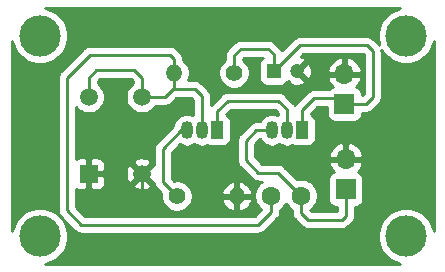
<source format=gbr>
%TF.GenerationSoftware,KiCad,Pcbnew,(5.1.12)-1*%
%TF.CreationDate,2023-08-19T11:40:11+05:30*%
%TF.ProjectId,burglar,62757267-6c61-4722-9e6b-696361645f70,rev?*%
%TF.SameCoordinates,Original*%
%TF.FileFunction,Copper,L2,Bot*%
%TF.FilePolarity,Positive*%
%FSLAX46Y46*%
G04 Gerber Fmt 4.6, Leading zero omitted, Abs format (unit mm)*
G04 Created by KiCad (PCBNEW (5.1.12)-1) date 2023-08-19 11:40:11*
%MOMM*%
%LPD*%
G01*
G04 APERTURE LIST*
%TA.AperFunction,ComponentPad*%
%ADD10C,1.498000*%
%TD*%
%TA.AperFunction,ComponentPad*%
%ADD11R,1.498000X1.498000*%
%TD*%
%TA.AperFunction,ComponentPad*%
%ADD12O,1.400000X1.400000*%
%TD*%
%TA.AperFunction,ComponentPad*%
%ADD13C,1.400000*%
%TD*%
%TA.AperFunction,ComponentPad*%
%ADD14O,1.050000X1.500000*%
%TD*%
%TA.AperFunction,ComponentPad*%
%ADD15R,1.050000X1.500000*%
%TD*%
%TA.AperFunction,ComponentPad*%
%ADD16O,1.700000X1.700000*%
%TD*%
%TA.AperFunction,ComponentPad*%
%ADD17R,1.700000X1.700000*%
%TD*%
%TA.AperFunction,ComponentPad*%
%ADD18R,1.200000X1.200000*%
%TD*%
%TA.AperFunction,ComponentPad*%
%ADD19C,1.200000*%
%TD*%
%TA.AperFunction,ComponentPad*%
%ADD20C,1.600000*%
%TD*%
%TA.AperFunction,ViaPad*%
%ADD21C,3.500000*%
%TD*%
%TA.AperFunction,Conductor*%
%ADD22C,0.250000*%
%TD*%
%TA.AperFunction,Conductor*%
%ADD23C,0.254000*%
%TD*%
%TA.AperFunction,Conductor*%
%ADD24C,0.100000*%
%TD*%
G04 APERTURE END LIST*
D10*
%TO.P,S1,4*%
%TO.N,Net-(C1-Pad2)*%
X113650000Y-105200000D03*
%TO.P,S1,2*%
%TO.N,Earth*%
X113650000Y-111700000D03*
%TO.P,S1,3*%
%TO.N,Net-(C1-Pad2)*%
X109150000Y-105200000D03*
D11*
%TO.P,S1,1*%
%TO.N,Earth*%
X109150000Y-111700000D03*
%TD*%
D12*
%TO.P,R2,2*%
%TO.N,Earth*%
X121680000Y-113600000D03*
D13*
%TO.P,R2,1*%
%TO.N,Net-(Q1-Pad3)*%
X116600000Y-113600000D03*
%TD*%
D12*
%TO.P,R1,2*%
%TO.N,Net-(C1-Pad2)*%
X116370000Y-103150000D03*
D13*
%TO.P,R1,1*%
%TO.N,Net-(BT1-Pad1)*%
X121450000Y-103150000D03*
%TD*%
D14*
%TO.P,Q2,2*%
%TO.N,Net-(Q1-Pad1)*%
X125930000Y-108000000D03*
%TO.P,Q2,3*%
%TO.N,Net-(C1-Pad1)*%
X124660000Y-108000000D03*
D15*
%TO.P,Q2,1*%
%TO.N,Net-(BT1-Pad1)*%
X127200000Y-108000000D03*
%TD*%
D14*
%TO.P,Q1,2*%
%TO.N,Net-(C1-Pad2)*%
X118730000Y-108000000D03*
%TO.P,Q1,3*%
%TO.N,Net-(Q1-Pad3)*%
X117460000Y-108000000D03*
D15*
%TO.P,Q1,1*%
%TO.N,Net-(Q1-Pad1)*%
X120000000Y-108000000D03*
%TD*%
D16*
%TO.P,LS1,2*%
%TO.N,Earth*%
X130900000Y-110460000D03*
D17*
%TO.P,LS1,1*%
%TO.N,Net-(C1-Pad1)*%
X130900000Y-113000000D03*
%TD*%
D18*
%TO.P,C2,1*%
%TO.N,Net-(BT1-Pad1)*%
X124800000Y-103000000D03*
D19*
%TO.P,C2,2*%
%TO.N,Earth*%
X126800000Y-103000000D03*
%TD*%
D20*
%TO.P,C1,1*%
%TO.N,Net-(C1-Pad1)*%
X127100000Y-113550000D03*
%TO.P,C1,2*%
%TO.N,Net-(C1-Pad2)*%
X124600000Y-113550000D03*
%TD*%
D17*
%TO.P,BT1,1*%
%TO.N,Net-(BT1-Pad1)*%
X130800000Y-105800000D03*
D16*
%TO.P,BT1,2*%
%TO.N,Earth*%
X130800000Y-103260000D03*
%TD*%
D21*
%TO.N,*%
X136000000Y-100000000D03*
X136000000Y-117000000D03*
X105000000Y-117000000D03*
X105000000Y-100000000D03*
%TD*%
D22*
%TO.N,Earth*%
X109150000Y-111700000D02*
X109150000Y-113350000D01*
X109150000Y-113350000D02*
X109800000Y-114000000D01*
X109800000Y-114000000D02*
X113000000Y-114000000D01*
X113650000Y-113350000D02*
X113650000Y-111700000D01*
X113000000Y-114000000D02*
X113650000Y-113350000D01*
X114150000Y-111200000D02*
X113650000Y-111700000D01*
%TO.N,Net-(BT1-Pad1)*%
X121450000Y-103150000D02*
X121450000Y-101650000D01*
X121450000Y-101650000D02*
X122000000Y-101100000D01*
X122000000Y-101100000D02*
X124300000Y-101100000D01*
X124800000Y-101600000D02*
X124800000Y-103000000D01*
X124300000Y-101100000D02*
X124800000Y-101600000D01*
X132600000Y-105800000D02*
X130800000Y-105800000D01*
X133175000Y-105225000D02*
X132600000Y-105800000D01*
X133175000Y-101275000D02*
X133175000Y-105225000D01*
X132700000Y-100800000D02*
X133175000Y-101275000D01*
X127000000Y-100800000D02*
X132700000Y-100800000D01*
X124800000Y-103000000D02*
X127000000Y-100800000D01*
X127200000Y-106300000D02*
X127200000Y-108000000D01*
X130300000Y-105300000D02*
X128200000Y-105300000D01*
X128200000Y-105300000D02*
X127200000Y-106300000D01*
X130800000Y-105800000D02*
X130300000Y-105300000D01*
%TO.N,Net-(C1-Pad2)*%
X109150000Y-105200000D02*
X109150000Y-103550000D01*
X109150000Y-103550000D02*
X109800000Y-102900000D01*
X109800000Y-102900000D02*
X113000000Y-102900000D01*
X113650000Y-103550000D02*
X113650000Y-105200000D01*
X113000000Y-102900000D02*
X113650000Y-103550000D01*
X116370000Y-103150000D02*
X116370000Y-104430000D01*
X115600000Y-105200000D02*
X113650000Y-105200000D01*
X116370000Y-101970000D02*
X116370000Y-103150000D01*
X109225000Y-101625000D02*
X116025000Y-101625000D01*
X108500000Y-116000000D02*
X107300000Y-114800000D01*
X116025000Y-101625000D02*
X116370000Y-101970000D01*
X123500000Y-116000000D02*
X108500000Y-116000000D01*
X107300000Y-103550000D02*
X109225000Y-101625000D01*
X124600000Y-114900000D02*
X123500000Y-116000000D01*
X107300000Y-114800000D02*
X107300000Y-103550000D01*
X124600000Y-113550000D02*
X124600000Y-114900000D01*
X118730000Y-108000000D02*
X118730000Y-105130000D01*
X118150000Y-104550000D02*
X116250000Y-104550000D01*
X118730000Y-105130000D02*
X118150000Y-104550000D01*
X116250000Y-104550000D02*
X115600000Y-105200000D01*
X116370000Y-104430000D02*
X116250000Y-104550000D01*
%TO.N,Net-(C1-Pad1)*%
X126850000Y-113550000D02*
X127100000Y-113550000D01*
X124660000Y-108000000D02*
X123350000Y-108000000D01*
X123350000Y-108000000D02*
X122450000Y-108900000D01*
X122450000Y-108900000D02*
X122450000Y-110550000D01*
X122450000Y-110550000D02*
X123500000Y-111600000D01*
X125150000Y-111600000D02*
X127100000Y-113550000D01*
X123500000Y-111600000D02*
X125150000Y-111600000D01*
X127100000Y-113550000D02*
X127100000Y-115000000D01*
X127100000Y-115000000D02*
X127700000Y-115600000D01*
X127700000Y-115600000D02*
X130600000Y-115600000D01*
X130600000Y-115600000D02*
X130900000Y-115300000D01*
X130900000Y-115300000D02*
X130900000Y-113000000D01*
%TO.N,Net-(Q1-Pad1)*%
X125930000Y-106230000D02*
X125930000Y-108000000D01*
X120900000Y-105500000D02*
X125200000Y-105500000D01*
X125200000Y-105500000D02*
X125930000Y-106230000D01*
X120000000Y-106400000D02*
X120900000Y-105500000D01*
X120000000Y-108000000D02*
X120000000Y-106400000D01*
%TO.N,Net-(Q1-Pad3)*%
X115400000Y-112400000D02*
X116600000Y-113600000D01*
X115400000Y-109600000D02*
X115400000Y-112400000D01*
X117000000Y-108000000D02*
X115400000Y-109600000D01*
X117460000Y-108000000D02*
X117000000Y-108000000D01*
%TD*%
D23*
%TO.N,Earth*%
X135304321Y-97706654D02*
X134870279Y-97886440D01*
X134479651Y-98147450D01*
X134147450Y-98479651D01*
X133886440Y-98870279D01*
X133706654Y-99304321D01*
X133615000Y-99765098D01*
X133615000Y-100234902D01*
X133706654Y-100695679D01*
X133731032Y-100754533D01*
X133715001Y-100734999D01*
X133686003Y-100711202D01*
X133263803Y-100289002D01*
X133240001Y-100259999D01*
X133124276Y-100165026D01*
X132992247Y-100094454D01*
X132848986Y-100050997D01*
X132737333Y-100040000D01*
X132737322Y-100040000D01*
X132700000Y-100036324D01*
X132662678Y-100040000D01*
X127037323Y-100040000D01*
X127000000Y-100036324D01*
X126962677Y-100040000D01*
X126962667Y-100040000D01*
X126851014Y-100050997D01*
X126707753Y-100094454D01*
X126575724Y-100165026D01*
X126459999Y-100259999D01*
X126436201Y-100288997D01*
X125474858Y-101250341D01*
X125434974Y-101175724D01*
X125340001Y-101059999D01*
X125310998Y-101036197D01*
X124863804Y-100589003D01*
X124840001Y-100559999D01*
X124724276Y-100465026D01*
X124592247Y-100394454D01*
X124448986Y-100350997D01*
X124337333Y-100340000D01*
X124337322Y-100340000D01*
X124300000Y-100336324D01*
X124262678Y-100340000D01*
X122037322Y-100340000D01*
X121999999Y-100336324D01*
X121962676Y-100340000D01*
X121962667Y-100340000D01*
X121851014Y-100350997D01*
X121707753Y-100394454D01*
X121575724Y-100465026D01*
X121575722Y-100465027D01*
X121575723Y-100465027D01*
X121488996Y-100536201D01*
X121488992Y-100536205D01*
X121459999Y-100559999D01*
X121436205Y-100588993D01*
X120938997Y-101086202D01*
X120910000Y-101109999D01*
X120886202Y-101138997D01*
X120886201Y-101138998D01*
X120815026Y-101225724D01*
X120744454Y-101357754D01*
X120724364Y-101423985D01*
X120700998Y-101501014D01*
X120695188Y-101560000D01*
X120686324Y-101650000D01*
X120690001Y-101687332D01*
X120690001Y-102052225D01*
X120598987Y-102113038D01*
X120413038Y-102298987D01*
X120266939Y-102517641D01*
X120166304Y-102760595D01*
X120115000Y-103018514D01*
X120115000Y-103281486D01*
X120166304Y-103539405D01*
X120266939Y-103782359D01*
X120413038Y-104001013D01*
X120598987Y-104186962D01*
X120817641Y-104333061D01*
X121060595Y-104433696D01*
X121318514Y-104485000D01*
X121581486Y-104485000D01*
X121839405Y-104433696D01*
X122082359Y-104333061D01*
X122301013Y-104186962D01*
X122486962Y-104001013D01*
X122633061Y-103782359D01*
X122733696Y-103539405D01*
X122785000Y-103281486D01*
X122785000Y-103018514D01*
X122733696Y-102760595D01*
X122633061Y-102517641D01*
X122486962Y-102298987D01*
X122301013Y-102113038D01*
X122210000Y-102052225D01*
X122210000Y-101964802D01*
X122314802Y-101860000D01*
X123863210Y-101860000D01*
X123845506Y-101869463D01*
X123748815Y-101948815D01*
X123669463Y-102045506D01*
X123610498Y-102155820D01*
X123574188Y-102275518D01*
X123561928Y-102400000D01*
X123561928Y-103600000D01*
X123574188Y-103724482D01*
X123610498Y-103844180D01*
X123669463Y-103954494D01*
X123748815Y-104051185D01*
X123845506Y-104130537D01*
X123955820Y-104189502D01*
X124075518Y-104225812D01*
X124200000Y-104238072D01*
X125400000Y-104238072D01*
X125524482Y-104225812D01*
X125644180Y-104189502D01*
X125754494Y-104130537D01*
X125851185Y-104051185D01*
X125930537Y-103954494D01*
X125954858Y-103908994D01*
X126012736Y-103966872D01*
X126129842Y-103849766D01*
X126177148Y-104073348D01*
X126398516Y-104174237D01*
X126635313Y-104230000D01*
X126878438Y-104238495D01*
X127118549Y-104199395D01*
X127346418Y-104114202D01*
X127422852Y-104073348D01*
X127470159Y-103849764D01*
X126800000Y-103179605D01*
X126785858Y-103193748D01*
X126606253Y-103014143D01*
X126620395Y-103000000D01*
X126979605Y-103000000D01*
X127649764Y-103670159D01*
X127873348Y-103622852D01*
X127974237Y-103401484D01*
X128030000Y-103164687D01*
X128038495Y-102921562D01*
X128035491Y-102903110D01*
X129358524Y-102903110D01*
X129479845Y-103133000D01*
X130673000Y-103133000D01*
X130673000Y-101939186D01*
X130927000Y-101939186D01*
X130927000Y-103133000D01*
X132120155Y-103133000D01*
X132241476Y-102903110D01*
X132196825Y-102755901D01*
X132071641Y-102493080D01*
X131897588Y-102259731D01*
X131681355Y-102064822D01*
X131431252Y-101915843D01*
X131156891Y-101818519D01*
X130927000Y-101939186D01*
X130673000Y-101939186D01*
X130443109Y-101818519D01*
X130168748Y-101915843D01*
X129918645Y-102064822D01*
X129702412Y-102259731D01*
X129528359Y-102493080D01*
X129403175Y-102755901D01*
X129358524Y-102903110D01*
X128035491Y-102903110D01*
X127999395Y-102681451D01*
X127914202Y-102453582D01*
X127873348Y-102377148D01*
X127649764Y-102329841D01*
X126979605Y-103000000D01*
X126620395Y-103000000D01*
X126606253Y-102985858D01*
X126785858Y-102806253D01*
X126800000Y-102820395D01*
X127470159Y-102150236D01*
X127422852Y-101926652D01*
X127201484Y-101825763D01*
X127078095Y-101796706D01*
X127314802Y-101560000D01*
X132385199Y-101560000D01*
X132415000Y-101589802D01*
X132415001Y-104910197D01*
X132288072Y-105037127D01*
X132288072Y-104950000D01*
X132275812Y-104825518D01*
X132239502Y-104705820D01*
X132180537Y-104595506D01*
X132101185Y-104498815D01*
X132004494Y-104419463D01*
X131894180Y-104360498D01*
X131813534Y-104336034D01*
X131897588Y-104260269D01*
X132071641Y-104026920D01*
X132196825Y-103764099D01*
X132241476Y-103616890D01*
X132120155Y-103387000D01*
X130927000Y-103387000D01*
X130927000Y-103407000D01*
X130673000Y-103407000D01*
X130673000Y-103387000D01*
X129479845Y-103387000D01*
X129358524Y-103616890D01*
X129403175Y-103764099D01*
X129528359Y-104026920D01*
X129702412Y-104260269D01*
X129786466Y-104336034D01*
X129705820Y-104360498D01*
X129595506Y-104419463D01*
X129498815Y-104498815D01*
X129465015Y-104540000D01*
X128237333Y-104540000D01*
X128200000Y-104536323D01*
X128162667Y-104540000D01*
X128051014Y-104550997D01*
X127907753Y-104594454D01*
X127775724Y-104665026D01*
X127659999Y-104759999D01*
X127636201Y-104788997D01*
X126689002Y-105736196D01*
X126659999Y-105759999D01*
X126604871Y-105827174D01*
X126587653Y-105848153D01*
X126564974Y-105805723D01*
X126493799Y-105718997D01*
X126470001Y-105689999D01*
X126441004Y-105666202D01*
X125763803Y-104989002D01*
X125740001Y-104959999D01*
X125624276Y-104865026D01*
X125492247Y-104794454D01*
X125348986Y-104750997D01*
X125237333Y-104740000D01*
X125237322Y-104740000D01*
X125200000Y-104736324D01*
X125162678Y-104740000D01*
X120937322Y-104740000D01*
X120899999Y-104736324D01*
X120862676Y-104740000D01*
X120862667Y-104740000D01*
X120751014Y-104750997D01*
X120607753Y-104794454D01*
X120475724Y-104865026D01*
X120359999Y-104959999D01*
X120336201Y-104988997D01*
X119490000Y-105835199D01*
X119490000Y-105167323D01*
X119493676Y-105130000D01*
X119490000Y-105092677D01*
X119490000Y-105092667D01*
X119479003Y-104981014D01*
X119435546Y-104837753D01*
X119364974Y-104705724D01*
X119270001Y-104589999D01*
X119241002Y-104566200D01*
X118713803Y-104039002D01*
X118690001Y-104009999D01*
X118574276Y-103915026D01*
X118442247Y-103844454D01*
X118298986Y-103800997D01*
X118187333Y-103790000D01*
X118187322Y-103790000D01*
X118150000Y-103786324D01*
X118112678Y-103790000D01*
X117547955Y-103790000D01*
X117553061Y-103782359D01*
X117653696Y-103539405D01*
X117705000Y-103281486D01*
X117705000Y-103018514D01*
X117653696Y-102760595D01*
X117553061Y-102517641D01*
X117406962Y-102298987D01*
X117221013Y-102113038D01*
X117130000Y-102052225D01*
X117130000Y-102007325D01*
X117133676Y-101970000D01*
X117130000Y-101932675D01*
X117130000Y-101932667D01*
X117119003Y-101821014D01*
X117075546Y-101677753D01*
X117004974Y-101545724D01*
X116910001Y-101429999D01*
X116880998Y-101406197D01*
X116588804Y-101114003D01*
X116565001Y-101084999D01*
X116449276Y-100990026D01*
X116317247Y-100919454D01*
X116173986Y-100875997D01*
X116062333Y-100865000D01*
X116062322Y-100865000D01*
X116025000Y-100861324D01*
X115987678Y-100865000D01*
X109262322Y-100865000D01*
X109224999Y-100861324D01*
X109187676Y-100865000D01*
X109187667Y-100865000D01*
X109076014Y-100875997D01*
X108932753Y-100919454D01*
X108800723Y-100990026D01*
X108770261Y-101015026D01*
X108684999Y-101084999D01*
X108661201Y-101113997D01*
X106788998Y-102986201D01*
X106760000Y-103009999D01*
X106736202Y-103038997D01*
X106736201Y-103038998D01*
X106665026Y-103125724D01*
X106594454Y-103257754D01*
X106550998Y-103401015D01*
X106536324Y-103550000D01*
X106540001Y-103587332D01*
X106540000Y-114762678D01*
X106536324Y-114800000D01*
X106540000Y-114837322D01*
X106540000Y-114837332D01*
X106550997Y-114948985D01*
X106584672Y-115059999D01*
X106594454Y-115092246D01*
X106665026Y-115224276D01*
X106677931Y-115240000D01*
X106759999Y-115340001D01*
X106789003Y-115363804D01*
X107936201Y-116511003D01*
X107959999Y-116540001D01*
X108075724Y-116634974D01*
X108207753Y-116705546D01*
X108351014Y-116749003D01*
X108462667Y-116760000D01*
X108462676Y-116760000D01*
X108499999Y-116763676D01*
X108537322Y-116760000D01*
X123462678Y-116760000D01*
X123500000Y-116763676D01*
X123537322Y-116760000D01*
X123537333Y-116760000D01*
X123648986Y-116749003D01*
X123792247Y-116705546D01*
X123924276Y-116634974D01*
X124040001Y-116540001D01*
X124063804Y-116510998D01*
X125111003Y-115463799D01*
X125140001Y-115440001D01*
X125166332Y-115407917D01*
X125234974Y-115324277D01*
X125305546Y-115192247D01*
X125318669Y-115148985D01*
X125349003Y-115048986D01*
X125360000Y-114937333D01*
X125360000Y-114937323D01*
X125363676Y-114900000D01*
X125360000Y-114862677D01*
X125360000Y-114768043D01*
X125514759Y-114664637D01*
X125714637Y-114464759D01*
X125850000Y-114262173D01*
X125985363Y-114464759D01*
X126185241Y-114664637D01*
X126340001Y-114768044D01*
X126340001Y-114962668D01*
X126336324Y-115000000D01*
X126340001Y-115037333D01*
X126350998Y-115148986D01*
X126359109Y-115175724D01*
X126394454Y-115292246D01*
X126465026Y-115424276D01*
X126536201Y-115511002D01*
X126560000Y-115540001D01*
X126588998Y-115563799D01*
X127136200Y-116111002D01*
X127159999Y-116140001D01*
X127188997Y-116163799D01*
X127275723Y-116234974D01*
X127405461Y-116304321D01*
X127407753Y-116305546D01*
X127551014Y-116349003D01*
X127662667Y-116360000D01*
X127662676Y-116360000D01*
X127699999Y-116363676D01*
X127737322Y-116360000D01*
X130562678Y-116360000D01*
X130600000Y-116363676D01*
X130637322Y-116360000D01*
X130637333Y-116360000D01*
X130748986Y-116349003D01*
X130892247Y-116305546D01*
X131024276Y-116234974D01*
X131140001Y-116140001D01*
X131163804Y-116110997D01*
X131410998Y-115863803D01*
X131440001Y-115840001D01*
X131534974Y-115724276D01*
X131605546Y-115592247D01*
X131649003Y-115448986D01*
X131660000Y-115337333D01*
X131660000Y-115337324D01*
X131663676Y-115300001D01*
X131660000Y-115262678D01*
X131660000Y-114488072D01*
X131750000Y-114488072D01*
X131874482Y-114475812D01*
X131994180Y-114439502D01*
X132104494Y-114380537D01*
X132201185Y-114301185D01*
X132280537Y-114204494D01*
X132339502Y-114094180D01*
X132375812Y-113974482D01*
X132388072Y-113850000D01*
X132388072Y-112150000D01*
X132375812Y-112025518D01*
X132339502Y-111905820D01*
X132280537Y-111795506D01*
X132201185Y-111698815D01*
X132104494Y-111619463D01*
X131994180Y-111560498D01*
X131913534Y-111536034D01*
X131997588Y-111460269D01*
X132171641Y-111226920D01*
X132296825Y-110964099D01*
X132341476Y-110816890D01*
X132220155Y-110587000D01*
X131027000Y-110587000D01*
X131027000Y-110607000D01*
X130773000Y-110607000D01*
X130773000Y-110587000D01*
X129579845Y-110587000D01*
X129458524Y-110816890D01*
X129503175Y-110964099D01*
X129628359Y-111226920D01*
X129802412Y-111460269D01*
X129886466Y-111536034D01*
X129805820Y-111560498D01*
X129695506Y-111619463D01*
X129598815Y-111698815D01*
X129519463Y-111795506D01*
X129460498Y-111905820D01*
X129424188Y-112025518D01*
X129411928Y-112150000D01*
X129411928Y-113850000D01*
X129424188Y-113974482D01*
X129460498Y-114094180D01*
X129519463Y-114204494D01*
X129598815Y-114301185D01*
X129695506Y-114380537D01*
X129805820Y-114439502D01*
X129925518Y-114475812D01*
X130050000Y-114488072D01*
X130140000Y-114488072D01*
X130140000Y-114840000D01*
X128014802Y-114840000D01*
X127909662Y-114734860D01*
X128014759Y-114664637D01*
X128214637Y-114464759D01*
X128371680Y-114229727D01*
X128479853Y-113968574D01*
X128535000Y-113691335D01*
X128535000Y-113408665D01*
X128479853Y-113131426D01*
X128371680Y-112870273D01*
X128214637Y-112635241D01*
X128014759Y-112435363D01*
X127779727Y-112278320D01*
X127518574Y-112170147D01*
X127241335Y-112115000D01*
X126958665Y-112115000D01*
X126776114Y-112151312D01*
X125713804Y-111089002D01*
X125690001Y-111059999D01*
X125574276Y-110965026D01*
X125442247Y-110894454D01*
X125298986Y-110850997D01*
X125187333Y-110840000D01*
X125187322Y-110840000D01*
X125150000Y-110836324D01*
X125112678Y-110840000D01*
X123814802Y-110840000D01*
X123210000Y-110235199D01*
X123210000Y-110103110D01*
X129458524Y-110103110D01*
X129579845Y-110333000D01*
X130773000Y-110333000D01*
X130773000Y-109139186D01*
X131027000Y-109139186D01*
X131027000Y-110333000D01*
X132220155Y-110333000D01*
X132341476Y-110103110D01*
X132296825Y-109955901D01*
X132171641Y-109693080D01*
X131997588Y-109459731D01*
X131781355Y-109264822D01*
X131531252Y-109115843D01*
X131256891Y-109018519D01*
X131027000Y-109139186D01*
X130773000Y-109139186D01*
X130543109Y-109018519D01*
X130268748Y-109115843D01*
X130018645Y-109264822D01*
X129802412Y-109459731D01*
X129628359Y-109693080D01*
X129503175Y-109955901D01*
X129458524Y-110103110D01*
X123210000Y-110103110D01*
X123210000Y-109214801D01*
X123642549Y-108782253D01*
X123690829Y-108872578D01*
X123835788Y-109049212D01*
X124012421Y-109194171D01*
X124213940Y-109301885D01*
X124432600Y-109368215D01*
X124660000Y-109390612D01*
X124887399Y-109368215D01*
X125106059Y-109301885D01*
X125295000Y-109200894D01*
X125483940Y-109301885D01*
X125702600Y-109368215D01*
X125930000Y-109390612D01*
X126157399Y-109368215D01*
X126366098Y-109304907D01*
X126430820Y-109339502D01*
X126550518Y-109375812D01*
X126675000Y-109388072D01*
X127725000Y-109388072D01*
X127849482Y-109375812D01*
X127969180Y-109339502D01*
X128079494Y-109280537D01*
X128176185Y-109201185D01*
X128255537Y-109104494D01*
X128314502Y-108994180D01*
X128350812Y-108874482D01*
X128363072Y-108750000D01*
X128363072Y-107250000D01*
X128350812Y-107125518D01*
X128314502Y-107005820D01*
X128255537Y-106895506D01*
X128176185Y-106798815D01*
X128079494Y-106719463D01*
X127969180Y-106660498D01*
X127960000Y-106657713D01*
X127960000Y-106614801D01*
X128514802Y-106060000D01*
X129311928Y-106060000D01*
X129311928Y-106650000D01*
X129324188Y-106774482D01*
X129360498Y-106894180D01*
X129419463Y-107004494D01*
X129498815Y-107101185D01*
X129595506Y-107180537D01*
X129705820Y-107239502D01*
X129825518Y-107275812D01*
X129950000Y-107288072D01*
X131650000Y-107288072D01*
X131774482Y-107275812D01*
X131894180Y-107239502D01*
X132004494Y-107180537D01*
X132101185Y-107101185D01*
X132180537Y-107004494D01*
X132239502Y-106894180D01*
X132275812Y-106774482D01*
X132288072Y-106650000D01*
X132288072Y-106560000D01*
X132562678Y-106560000D01*
X132600000Y-106563676D01*
X132637322Y-106560000D01*
X132637333Y-106560000D01*
X132748986Y-106549003D01*
X132892247Y-106505546D01*
X133024276Y-106434974D01*
X133140001Y-106340001D01*
X133163803Y-106310998D01*
X133686002Y-105788800D01*
X133715001Y-105765001D01*
X133809974Y-105649276D01*
X133880546Y-105517247D01*
X133924003Y-105373986D01*
X133935000Y-105262333D01*
X133935000Y-105262325D01*
X133938676Y-105225000D01*
X133935000Y-105187675D01*
X133935000Y-101312322D01*
X133938676Y-101274999D01*
X133935000Y-101237676D01*
X133935000Y-101237667D01*
X133930925Y-101196298D01*
X134147450Y-101520349D01*
X134479651Y-101852550D01*
X134870279Y-102113560D01*
X135304321Y-102293346D01*
X135765098Y-102385000D01*
X136234902Y-102385000D01*
X136695679Y-102293346D01*
X137129721Y-102113560D01*
X137520349Y-101852550D01*
X137852550Y-101520349D01*
X138113560Y-101129721D01*
X138293346Y-100695679D01*
X138340001Y-100461129D01*
X138340000Y-116538867D01*
X138293346Y-116304321D01*
X138113560Y-115870279D01*
X137852550Y-115479651D01*
X137520349Y-115147450D01*
X137129721Y-114886440D01*
X136695679Y-114706654D01*
X136234902Y-114615000D01*
X135765098Y-114615000D01*
X135304321Y-114706654D01*
X134870279Y-114886440D01*
X134479651Y-115147450D01*
X134147450Y-115479651D01*
X133886440Y-115870279D01*
X133706654Y-116304321D01*
X133615000Y-116765098D01*
X133615000Y-117234902D01*
X133706654Y-117695679D01*
X133886440Y-118129721D01*
X134147450Y-118520349D01*
X134479651Y-118852550D01*
X134870279Y-119113560D01*
X135304321Y-119293346D01*
X135538867Y-119340000D01*
X105461133Y-119340000D01*
X105695679Y-119293346D01*
X106129721Y-119113560D01*
X106520349Y-118852550D01*
X106852550Y-118520349D01*
X107113560Y-118129721D01*
X107293346Y-117695679D01*
X107385000Y-117234902D01*
X107385000Y-116765098D01*
X107293346Y-116304321D01*
X107113560Y-115870279D01*
X106852550Y-115479651D01*
X106520349Y-115147450D01*
X106129721Y-114886440D01*
X105695679Y-114706654D01*
X105234902Y-114615000D01*
X104765098Y-114615000D01*
X104304321Y-114706654D01*
X103870279Y-114886440D01*
X103479651Y-115147450D01*
X103147450Y-115479651D01*
X102886440Y-115870279D01*
X102706654Y-116304321D01*
X102660000Y-116538867D01*
X102660000Y-100461133D01*
X102706654Y-100695679D01*
X102886440Y-101129721D01*
X103147450Y-101520349D01*
X103479651Y-101852550D01*
X103870279Y-102113560D01*
X104304321Y-102293346D01*
X104765098Y-102385000D01*
X105234902Y-102385000D01*
X105695679Y-102293346D01*
X106129721Y-102113560D01*
X106520349Y-101852550D01*
X106852550Y-101520349D01*
X107113560Y-101129721D01*
X107293346Y-100695679D01*
X107385000Y-100234902D01*
X107385000Y-99765098D01*
X107293346Y-99304321D01*
X107113560Y-98870279D01*
X106852550Y-98479651D01*
X106520349Y-98147450D01*
X106129721Y-97886440D01*
X105695679Y-97706654D01*
X105461133Y-97660000D01*
X135538867Y-97660000D01*
X135304321Y-97706654D01*
%TA.AperFunction,Conductor*%
D24*
G36*
X135304321Y-97706654D02*
G01*
X134870279Y-97886440D01*
X134479651Y-98147450D01*
X134147450Y-98479651D01*
X133886440Y-98870279D01*
X133706654Y-99304321D01*
X133615000Y-99765098D01*
X133615000Y-100234902D01*
X133706654Y-100695679D01*
X133731032Y-100754533D01*
X133715001Y-100734999D01*
X133686003Y-100711202D01*
X133263803Y-100289002D01*
X133240001Y-100259999D01*
X133124276Y-100165026D01*
X132992247Y-100094454D01*
X132848986Y-100050997D01*
X132737333Y-100040000D01*
X132737322Y-100040000D01*
X132700000Y-100036324D01*
X132662678Y-100040000D01*
X127037323Y-100040000D01*
X127000000Y-100036324D01*
X126962677Y-100040000D01*
X126962667Y-100040000D01*
X126851014Y-100050997D01*
X126707753Y-100094454D01*
X126575724Y-100165026D01*
X126459999Y-100259999D01*
X126436201Y-100288997D01*
X125474858Y-101250341D01*
X125434974Y-101175724D01*
X125340001Y-101059999D01*
X125310998Y-101036197D01*
X124863804Y-100589003D01*
X124840001Y-100559999D01*
X124724276Y-100465026D01*
X124592247Y-100394454D01*
X124448986Y-100350997D01*
X124337333Y-100340000D01*
X124337322Y-100340000D01*
X124300000Y-100336324D01*
X124262678Y-100340000D01*
X122037322Y-100340000D01*
X121999999Y-100336324D01*
X121962676Y-100340000D01*
X121962667Y-100340000D01*
X121851014Y-100350997D01*
X121707753Y-100394454D01*
X121575724Y-100465026D01*
X121575722Y-100465027D01*
X121575723Y-100465027D01*
X121488996Y-100536201D01*
X121488992Y-100536205D01*
X121459999Y-100559999D01*
X121436205Y-100588993D01*
X120938997Y-101086202D01*
X120910000Y-101109999D01*
X120886202Y-101138997D01*
X120886201Y-101138998D01*
X120815026Y-101225724D01*
X120744454Y-101357754D01*
X120724364Y-101423985D01*
X120700998Y-101501014D01*
X120695188Y-101560000D01*
X120686324Y-101650000D01*
X120690001Y-101687332D01*
X120690001Y-102052225D01*
X120598987Y-102113038D01*
X120413038Y-102298987D01*
X120266939Y-102517641D01*
X120166304Y-102760595D01*
X120115000Y-103018514D01*
X120115000Y-103281486D01*
X120166304Y-103539405D01*
X120266939Y-103782359D01*
X120413038Y-104001013D01*
X120598987Y-104186962D01*
X120817641Y-104333061D01*
X121060595Y-104433696D01*
X121318514Y-104485000D01*
X121581486Y-104485000D01*
X121839405Y-104433696D01*
X122082359Y-104333061D01*
X122301013Y-104186962D01*
X122486962Y-104001013D01*
X122633061Y-103782359D01*
X122733696Y-103539405D01*
X122785000Y-103281486D01*
X122785000Y-103018514D01*
X122733696Y-102760595D01*
X122633061Y-102517641D01*
X122486962Y-102298987D01*
X122301013Y-102113038D01*
X122210000Y-102052225D01*
X122210000Y-101964802D01*
X122314802Y-101860000D01*
X123863210Y-101860000D01*
X123845506Y-101869463D01*
X123748815Y-101948815D01*
X123669463Y-102045506D01*
X123610498Y-102155820D01*
X123574188Y-102275518D01*
X123561928Y-102400000D01*
X123561928Y-103600000D01*
X123574188Y-103724482D01*
X123610498Y-103844180D01*
X123669463Y-103954494D01*
X123748815Y-104051185D01*
X123845506Y-104130537D01*
X123955820Y-104189502D01*
X124075518Y-104225812D01*
X124200000Y-104238072D01*
X125400000Y-104238072D01*
X125524482Y-104225812D01*
X125644180Y-104189502D01*
X125754494Y-104130537D01*
X125851185Y-104051185D01*
X125930537Y-103954494D01*
X125954858Y-103908994D01*
X126012736Y-103966872D01*
X126129842Y-103849766D01*
X126177148Y-104073348D01*
X126398516Y-104174237D01*
X126635313Y-104230000D01*
X126878438Y-104238495D01*
X127118549Y-104199395D01*
X127346418Y-104114202D01*
X127422852Y-104073348D01*
X127470159Y-103849764D01*
X126800000Y-103179605D01*
X126785858Y-103193748D01*
X126606253Y-103014143D01*
X126620395Y-103000000D01*
X126979605Y-103000000D01*
X127649764Y-103670159D01*
X127873348Y-103622852D01*
X127974237Y-103401484D01*
X128030000Y-103164687D01*
X128038495Y-102921562D01*
X128035491Y-102903110D01*
X129358524Y-102903110D01*
X129479845Y-103133000D01*
X130673000Y-103133000D01*
X130673000Y-101939186D01*
X130927000Y-101939186D01*
X130927000Y-103133000D01*
X132120155Y-103133000D01*
X132241476Y-102903110D01*
X132196825Y-102755901D01*
X132071641Y-102493080D01*
X131897588Y-102259731D01*
X131681355Y-102064822D01*
X131431252Y-101915843D01*
X131156891Y-101818519D01*
X130927000Y-101939186D01*
X130673000Y-101939186D01*
X130443109Y-101818519D01*
X130168748Y-101915843D01*
X129918645Y-102064822D01*
X129702412Y-102259731D01*
X129528359Y-102493080D01*
X129403175Y-102755901D01*
X129358524Y-102903110D01*
X128035491Y-102903110D01*
X127999395Y-102681451D01*
X127914202Y-102453582D01*
X127873348Y-102377148D01*
X127649764Y-102329841D01*
X126979605Y-103000000D01*
X126620395Y-103000000D01*
X126606253Y-102985858D01*
X126785858Y-102806253D01*
X126800000Y-102820395D01*
X127470159Y-102150236D01*
X127422852Y-101926652D01*
X127201484Y-101825763D01*
X127078095Y-101796706D01*
X127314802Y-101560000D01*
X132385199Y-101560000D01*
X132415000Y-101589802D01*
X132415001Y-104910197D01*
X132288072Y-105037127D01*
X132288072Y-104950000D01*
X132275812Y-104825518D01*
X132239502Y-104705820D01*
X132180537Y-104595506D01*
X132101185Y-104498815D01*
X132004494Y-104419463D01*
X131894180Y-104360498D01*
X131813534Y-104336034D01*
X131897588Y-104260269D01*
X132071641Y-104026920D01*
X132196825Y-103764099D01*
X132241476Y-103616890D01*
X132120155Y-103387000D01*
X130927000Y-103387000D01*
X130927000Y-103407000D01*
X130673000Y-103407000D01*
X130673000Y-103387000D01*
X129479845Y-103387000D01*
X129358524Y-103616890D01*
X129403175Y-103764099D01*
X129528359Y-104026920D01*
X129702412Y-104260269D01*
X129786466Y-104336034D01*
X129705820Y-104360498D01*
X129595506Y-104419463D01*
X129498815Y-104498815D01*
X129465015Y-104540000D01*
X128237333Y-104540000D01*
X128200000Y-104536323D01*
X128162667Y-104540000D01*
X128051014Y-104550997D01*
X127907753Y-104594454D01*
X127775724Y-104665026D01*
X127659999Y-104759999D01*
X127636201Y-104788997D01*
X126689002Y-105736196D01*
X126659999Y-105759999D01*
X126604871Y-105827174D01*
X126587653Y-105848153D01*
X126564974Y-105805723D01*
X126493799Y-105718997D01*
X126470001Y-105689999D01*
X126441004Y-105666202D01*
X125763803Y-104989002D01*
X125740001Y-104959999D01*
X125624276Y-104865026D01*
X125492247Y-104794454D01*
X125348986Y-104750997D01*
X125237333Y-104740000D01*
X125237322Y-104740000D01*
X125200000Y-104736324D01*
X125162678Y-104740000D01*
X120937322Y-104740000D01*
X120899999Y-104736324D01*
X120862676Y-104740000D01*
X120862667Y-104740000D01*
X120751014Y-104750997D01*
X120607753Y-104794454D01*
X120475724Y-104865026D01*
X120359999Y-104959999D01*
X120336201Y-104988997D01*
X119490000Y-105835199D01*
X119490000Y-105167323D01*
X119493676Y-105130000D01*
X119490000Y-105092677D01*
X119490000Y-105092667D01*
X119479003Y-104981014D01*
X119435546Y-104837753D01*
X119364974Y-104705724D01*
X119270001Y-104589999D01*
X119241002Y-104566200D01*
X118713803Y-104039002D01*
X118690001Y-104009999D01*
X118574276Y-103915026D01*
X118442247Y-103844454D01*
X118298986Y-103800997D01*
X118187333Y-103790000D01*
X118187322Y-103790000D01*
X118150000Y-103786324D01*
X118112678Y-103790000D01*
X117547955Y-103790000D01*
X117553061Y-103782359D01*
X117653696Y-103539405D01*
X117705000Y-103281486D01*
X117705000Y-103018514D01*
X117653696Y-102760595D01*
X117553061Y-102517641D01*
X117406962Y-102298987D01*
X117221013Y-102113038D01*
X117130000Y-102052225D01*
X117130000Y-102007325D01*
X117133676Y-101970000D01*
X117130000Y-101932675D01*
X117130000Y-101932667D01*
X117119003Y-101821014D01*
X117075546Y-101677753D01*
X117004974Y-101545724D01*
X116910001Y-101429999D01*
X116880998Y-101406197D01*
X116588804Y-101114003D01*
X116565001Y-101084999D01*
X116449276Y-100990026D01*
X116317247Y-100919454D01*
X116173986Y-100875997D01*
X116062333Y-100865000D01*
X116062322Y-100865000D01*
X116025000Y-100861324D01*
X115987678Y-100865000D01*
X109262322Y-100865000D01*
X109224999Y-100861324D01*
X109187676Y-100865000D01*
X109187667Y-100865000D01*
X109076014Y-100875997D01*
X108932753Y-100919454D01*
X108800723Y-100990026D01*
X108770261Y-101015026D01*
X108684999Y-101084999D01*
X108661201Y-101113997D01*
X106788998Y-102986201D01*
X106760000Y-103009999D01*
X106736202Y-103038997D01*
X106736201Y-103038998D01*
X106665026Y-103125724D01*
X106594454Y-103257754D01*
X106550998Y-103401015D01*
X106536324Y-103550000D01*
X106540001Y-103587332D01*
X106540000Y-114762678D01*
X106536324Y-114800000D01*
X106540000Y-114837322D01*
X106540000Y-114837332D01*
X106550997Y-114948985D01*
X106584672Y-115059999D01*
X106594454Y-115092246D01*
X106665026Y-115224276D01*
X106677931Y-115240000D01*
X106759999Y-115340001D01*
X106789003Y-115363804D01*
X107936201Y-116511003D01*
X107959999Y-116540001D01*
X108075724Y-116634974D01*
X108207753Y-116705546D01*
X108351014Y-116749003D01*
X108462667Y-116760000D01*
X108462676Y-116760000D01*
X108499999Y-116763676D01*
X108537322Y-116760000D01*
X123462678Y-116760000D01*
X123500000Y-116763676D01*
X123537322Y-116760000D01*
X123537333Y-116760000D01*
X123648986Y-116749003D01*
X123792247Y-116705546D01*
X123924276Y-116634974D01*
X124040001Y-116540001D01*
X124063804Y-116510998D01*
X125111003Y-115463799D01*
X125140001Y-115440001D01*
X125166332Y-115407917D01*
X125234974Y-115324277D01*
X125305546Y-115192247D01*
X125318669Y-115148985D01*
X125349003Y-115048986D01*
X125360000Y-114937333D01*
X125360000Y-114937323D01*
X125363676Y-114900000D01*
X125360000Y-114862677D01*
X125360000Y-114768043D01*
X125514759Y-114664637D01*
X125714637Y-114464759D01*
X125850000Y-114262173D01*
X125985363Y-114464759D01*
X126185241Y-114664637D01*
X126340001Y-114768044D01*
X126340001Y-114962668D01*
X126336324Y-115000000D01*
X126340001Y-115037333D01*
X126350998Y-115148986D01*
X126359109Y-115175724D01*
X126394454Y-115292246D01*
X126465026Y-115424276D01*
X126536201Y-115511002D01*
X126560000Y-115540001D01*
X126588998Y-115563799D01*
X127136200Y-116111002D01*
X127159999Y-116140001D01*
X127188997Y-116163799D01*
X127275723Y-116234974D01*
X127405461Y-116304321D01*
X127407753Y-116305546D01*
X127551014Y-116349003D01*
X127662667Y-116360000D01*
X127662676Y-116360000D01*
X127699999Y-116363676D01*
X127737322Y-116360000D01*
X130562678Y-116360000D01*
X130600000Y-116363676D01*
X130637322Y-116360000D01*
X130637333Y-116360000D01*
X130748986Y-116349003D01*
X130892247Y-116305546D01*
X131024276Y-116234974D01*
X131140001Y-116140001D01*
X131163804Y-116110997D01*
X131410998Y-115863803D01*
X131440001Y-115840001D01*
X131534974Y-115724276D01*
X131605546Y-115592247D01*
X131649003Y-115448986D01*
X131660000Y-115337333D01*
X131660000Y-115337324D01*
X131663676Y-115300001D01*
X131660000Y-115262678D01*
X131660000Y-114488072D01*
X131750000Y-114488072D01*
X131874482Y-114475812D01*
X131994180Y-114439502D01*
X132104494Y-114380537D01*
X132201185Y-114301185D01*
X132280537Y-114204494D01*
X132339502Y-114094180D01*
X132375812Y-113974482D01*
X132388072Y-113850000D01*
X132388072Y-112150000D01*
X132375812Y-112025518D01*
X132339502Y-111905820D01*
X132280537Y-111795506D01*
X132201185Y-111698815D01*
X132104494Y-111619463D01*
X131994180Y-111560498D01*
X131913534Y-111536034D01*
X131997588Y-111460269D01*
X132171641Y-111226920D01*
X132296825Y-110964099D01*
X132341476Y-110816890D01*
X132220155Y-110587000D01*
X131027000Y-110587000D01*
X131027000Y-110607000D01*
X130773000Y-110607000D01*
X130773000Y-110587000D01*
X129579845Y-110587000D01*
X129458524Y-110816890D01*
X129503175Y-110964099D01*
X129628359Y-111226920D01*
X129802412Y-111460269D01*
X129886466Y-111536034D01*
X129805820Y-111560498D01*
X129695506Y-111619463D01*
X129598815Y-111698815D01*
X129519463Y-111795506D01*
X129460498Y-111905820D01*
X129424188Y-112025518D01*
X129411928Y-112150000D01*
X129411928Y-113850000D01*
X129424188Y-113974482D01*
X129460498Y-114094180D01*
X129519463Y-114204494D01*
X129598815Y-114301185D01*
X129695506Y-114380537D01*
X129805820Y-114439502D01*
X129925518Y-114475812D01*
X130050000Y-114488072D01*
X130140000Y-114488072D01*
X130140000Y-114840000D01*
X128014802Y-114840000D01*
X127909662Y-114734860D01*
X128014759Y-114664637D01*
X128214637Y-114464759D01*
X128371680Y-114229727D01*
X128479853Y-113968574D01*
X128535000Y-113691335D01*
X128535000Y-113408665D01*
X128479853Y-113131426D01*
X128371680Y-112870273D01*
X128214637Y-112635241D01*
X128014759Y-112435363D01*
X127779727Y-112278320D01*
X127518574Y-112170147D01*
X127241335Y-112115000D01*
X126958665Y-112115000D01*
X126776114Y-112151312D01*
X125713804Y-111089002D01*
X125690001Y-111059999D01*
X125574276Y-110965026D01*
X125442247Y-110894454D01*
X125298986Y-110850997D01*
X125187333Y-110840000D01*
X125187322Y-110840000D01*
X125150000Y-110836324D01*
X125112678Y-110840000D01*
X123814802Y-110840000D01*
X123210000Y-110235199D01*
X123210000Y-110103110D01*
X129458524Y-110103110D01*
X129579845Y-110333000D01*
X130773000Y-110333000D01*
X130773000Y-109139186D01*
X131027000Y-109139186D01*
X131027000Y-110333000D01*
X132220155Y-110333000D01*
X132341476Y-110103110D01*
X132296825Y-109955901D01*
X132171641Y-109693080D01*
X131997588Y-109459731D01*
X131781355Y-109264822D01*
X131531252Y-109115843D01*
X131256891Y-109018519D01*
X131027000Y-109139186D01*
X130773000Y-109139186D01*
X130543109Y-109018519D01*
X130268748Y-109115843D01*
X130018645Y-109264822D01*
X129802412Y-109459731D01*
X129628359Y-109693080D01*
X129503175Y-109955901D01*
X129458524Y-110103110D01*
X123210000Y-110103110D01*
X123210000Y-109214801D01*
X123642549Y-108782253D01*
X123690829Y-108872578D01*
X123835788Y-109049212D01*
X124012421Y-109194171D01*
X124213940Y-109301885D01*
X124432600Y-109368215D01*
X124660000Y-109390612D01*
X124887399Y-109368215D01*
X125106059Y-109301885D01*
X125295000Y-109200894D01*
X125483940Y-109301885D01*
X125702600Y-109368215D01*
X125930000Y-109390612D01*
X126157399Y-109368215D01*
X126366098Y-109304907D01*
X126430820Y-109339502D01*
X126550518Y-109375812D01*
X126675000Y-109388072D01*
X127725000Y-109388072D01*
X127849482Y-109375812D01*
X127969180Y-109339502D01*
X128079494Y-109280537D01*
X128176185Y-109201185D01*
X128255537Y-109104494D01*
X128314502Y-108994180D01*
X128350812Y-108874482D01*
X128363072Y-108750000D01*
X128363072Y-107250000D01*
X128350812Y-107125518D01*
X128314502Y-107005820D01*
X128255537Y-106895506D01*
X128176185Y-106798815D01*
X128079494Y-106719463D01*
X127969180Y-106660498D01*
X127960000Y-106657713D01*
X127960000Y-106614801D01*
X128514802Y-106060000D01*
X129311928Y-106060000D01*
X129311928Y-106650000D01*
X129324188Y-106774482D01*
X129360498Y-106894180D01*
X129419463Y-107004494D01*
X129498815Y-107101185D01*
X129595506Y-107180537D01*
X129705820Y-107239502D01*
X129825518Y-107275812D01*
X129950000Y-107288072D01*
X131650000Y-107288072D01*
X131774482Y-107275812D01*
X131894180Y-107239502D01*
X132004494Y-107180537D01*
X132101185Y-107101185D01*
X132180537Y-107004494D01*
X132239502Y-106894180D01*
X132275812Y-106774482D01*
X132288072Y-106650000D01*
X132288072Y-106560000D01*
X132562678Y-106560000D01*
X132600000Y-106563676D01*
X132637322Y-106560000D01*
X132637333Y-106560000D01*
X132748986Y-106549003D01*
X132892247Y-106505546D01*
X133024276Y-106434974D01*
X133140001Y-106340001D01*
X133163803Y-106310998D01*
X133686002Y-105788800D01*
X133715001Y-105765001D01*
X133809974Y-105649276D01*
X133880546Y-105517247D01*
X133924003Y-105373986D01*
X133935000Y-105262333D01*
X133935000Y-105262325D01*
X133938676Y-105225000D01*
X133935000Y-105187675D01*
X133935000Y-101312322D01*
X133938676Y-101274999D01*
X133935000Y-101237676D01*
X133935000Y-101237667D01*
X133930925Y-101196298D01*
X134147450Y-101520349D01*
X134479651Y-101852550D01*
X134870279Y-102113560D01*
X135304321Y-102293346D01*
X135765098Y-102385000D01*
X136234902Y-102385000D01*
X136695679Y-102293346D01*
X137129721Y-102113560D01*
X137520349Y-101852550D01*
X137852550Y-101520349D01*
X138113560Y-101129721D01*
X138293346Y-100695679D01*
X138340001Y-100461129D01*
X138340000Y-116538867D01*
X138293346Y-116304321D01*
X138113560Y-115870279D01*
X137852550Y-115479651D01*
X137520349Y-115147450D01*
X137129721Y-114886440D01*
X136695679Y-114706654D01*
X136234902Y-114615000D01*
X135765098Y-114615000D01*
X135304321Y-114706654D01*
X134870279Y-114886440D01*
X134479651Y-115147450D01*
X134147450Y-115479651D01*
X133886440Y-115870279D01*
X133706654Y-116304321D01*
X133615000Y-116765098D01*
X133615000Y-117234902D01*
X133706654Y-117695679D01*
X133886440Y-118129721D01*
X134147450Y-118520349D01*
X134479651Y-118852550D01*
X134870279Y-119113560D01*
X135304321Y-119293346D01*
X135538867Y-119340000D01*
X105461133Y-119340000D01*
X105695679Y-119293346D01*
X106129721Y-119113560D01*
X106520349Y-118852550D01*
X106852550Y-118520349D01*
X107113560Y-118129721D01*
X107293346Y-117695679D01*
X107385000Y-117234902D01*
X107385000Y-116765098D01*
X107293346Y-116304321D01*
X107113560Y-115870279D01*
X106852550Y-115479651D01*
X106520349Y-115147450D01*
X106129721Y-114886440D01*
X105695679Y-114706654D01*
X105234902Y-114615000D01*
X104765098Y-114615000D01*
X104304321Y-114706654D01*
X103870279Y-114886440D01*
X103479651Y-115147450D01*
X103147450Y-115479651D01*
X102886440Y-115870279D01*
X102706654Y-116304321D01*
X102660000Y-116538867D01*
X102660000Y-100461133D01*
X102706654Y-100695679D01*
X102886440Y-101129721D01*
X103147450Y-101520349D01*
X103479651Y-101852550D01*
X103870279Y-102113560D01*
X104304321Y-102293346D01*
X104765098Y-102385000D01*
X105234902Y-102385000D01*
X105695679Y-102293346D01*
X106129721Y-102113560D01*
X106520349Y-101852550D01*
X106852550Y-101520349D01*
X107113560Y-101129721D01*
X107293346Y-100695679D01*
X107385000Y-100234902D01*
X107385000Y-99765098D01*
X107293346Y-99304321D01*
X107113560Y-98870279D01*
X106852550Y-98479651D01*
X106520349Y-98147450D01*
X106129721Y-97886440D01*
X105695679Y-97706654D01*
X105461133Y-97660000D01*
X135538867Y-97660000D01*
X135304321Y-97706654D01*
G37*
%TD.AperFunction*%
D23*
X112890000Y-103864802D02*
X112890000Y-104043293D01*
X112767751Y-104124977D01*
X112574977Y-104317751D01*
X112423515Y-104544430D01*
X112319186Y-104796302D01*
X112266000Y-105063688D01*
X112266000Y-105336312D01*
X112319186Y-105603698D01*
X112423515Y-105855570D01*
X112574977Y-106082249D01*
X112767751Y-106275023D01*
X112994430Y-106426485D01*
X113246302Y-106530814D01*
X113513688Y-106584000D01*
X113786312Y-106584000D01*
X114053698Y-106530814D01*
X114305570Y-106426485D01*
X114532249Y-106275023D01*
X114725023Y-106082249D01*
X114806707Y-105960000D01*
X115562678Y-105960000D01*
X115600000Y-105963676D01*
X115637322Y-105960000D01*
X115637333Y-105960000D01*
X115748986Y-105949003D01*
X115892247Y-105905546D01*
X116024276Y-105834974D01*
X116140001Y-105740001D01*
X116163803Y-105710998D01*
X116564802Y-105310000D01*
X117835199Y-105310000D01*
X117970001Y-105444802D01*
X117970000Y-106732292D01*
X117906060Y-106698115D01*
X117687400Y-106631785D01*
X117460000Y-106609388D01*
X117232601Y-106631785D01*
X117013941Y-106698115D01*
X116812422Y-106805829D01*
X116635789Y-106950788D01*
X116490830Y-107127421D01*
X116383115Y-107328940D01*
X116316785Y-107547600D01*
X116310141Y-107615057D01*
X114889003Y-109036196D01*
X114859999Y-109059999D01*
X114804871Y-109127174D01*
X114765026Y-109175724D01*
X114756195Y-109192246D01*
X114694454Y-109307754D01*
X114650997Y-109451015D01*
X114640000Y-109562668D01*
X114640000Y-109562678D01*
X114636324Y-109600000D01*
X114640000Y-109637323D01*
X114640000Y-110932563D01*
X114606279Y-110923326D01*
X113829605Y-111700000D01*
X114606279Y-112476674D01*
X114642888Y-112466646D01*
X114650998Y-112548985D01*
X114694454Y-112692246D01*
X114765026Y-112824276D01*
X114827324Y-112900185D01*
X114860000Y-112940001D01*
X114888998Y-112963799D01*
X115286355Y-113361156D01*
X115265000Y-113468514D01*
X115265000Y-113731486D01*
X115316304Y-113989405D01*
X115416939Y-114232359D01*
X115563038Y-114451013D01*
X115748987Y-114636962D01*
X115967641Y-114783061D01*
X116210595Y-114883696D01*
X116468514Y-114935000D01*
X116731486Y-114935000D01*
X116989405Y-114883696D01*
X117232359Y-114783061D01*
X117451013Y-114636962D01*
X117636962Y-114451013D01*
X117783061Y-114232359D01*
X117883696Y-113989405D01*
X117894850Y-113933329D01*
X120387284Y-113933329D01*
X120419953Y-114041044D01*
X120530208Y-114278392D01*
X120684649Y-114489670D01*
X120877340Y-114666759D01*
X121100877Y-114802853D01*
X121346670Y-114892722D01*
X121553000Y-114770201D01*
X121553000Y-113727000D01*
X121807000Y-113727000D01*
X121807000Y-114770201D01*
X122013330Y-114892722D01*
X122259123Y-114802853D01*
X122482660Y-114666759D01*
X122675351Y-114489670D01*
X122829792Y-114278392D01*
X122940047Y-114041044D01*
X122972716Y-113933329D01*
X122849374Y-113727000D01*
X121807000Y-113727000D01*
X121553000Y-113727000D01*
X120510626Y-113727000D01*
X120387284Y-113933329D01*
X117894850Y-113933329D01*
X117935000Y-113731486D01*
X117935000Y-113468514D01*
X117894851Y-113266671D01*
X120387284Y-113266671D01*
X120510626Y-113473000D01*
X121553000Y-113473000D01*
X121553000Y-112429799D01*
X121807000Y-112429799D01*
X121807000Y-113473000D01*
X122849374Y-113473000D01*
X122972716Y-113266671D01*
X122940047Y-113158956D01*
X122829792Y-112921608D01*
X122675351Y-112710330D01*
X122482660Y-112533241D01*
X122259123Y-112397147D01*
X122013330Y-112307278D01*
X121807000Y-112429799D01*
X121553000Y-112429799D01*
X121346670Y-112307278D01*
X121100877Y-112397147D01*
X120877340Y-112533241D01*
X120684649Y-112710330D01*
X120530208Y-112921608D01*
X120419953Y-113158956D01*
X120387284Y-113266671D01*
X117894851Y-113266671D01*
X117883696Y-113210595D01*
X117783061Y-112967641D01*
X117636962Y-112748987D01*
X117451013Y-112563038D01*
X117232359Y-112416939D01*
X116989405Y-112316304D01*
X116731486Y-112265000D01*
X116468514Y-112265000D01*
X116361156Y-112286355D01*
X116160000Y-112085199D01*
X116160000Y-109914801D01*
X116856871Y-109217930D01*
X117013940Y-109301885D01*
X117232600Y-109368215D01*
X117460000Y-109390612D01*
X117687399Y-109368215D01*
X117906059Y-109301885D01*
X118095000Y-109200894D01*
X118283940Y-109301885D01*
X118502600Y-109368215D01*
X118730000Y-109390612D01*
X118957399Y-109368215D01*
X119166098Y-109304907D01*
X119230820Y-109339502D01*
X119350518Y-109375812D01*
X119475000Y-109388072D01*
X120525000Y-109388072D01*
X120649482Y-109375812D01*
X120769180Y-109339502D01*
X120879494Y-109280537D01*
X120976185Y-109201185D01*
X121055537Y-109104494D01*
X121114502Y-108994180D01*
X121150812Y-108874482D01*
X121163072Y-108750000D01*
X121163072Y-107250000D01*
X121150812Y-107125518D01*
X121114502Y-107005820D01*
X121055537Y-106895506D01*
X120976185Y-106798815D01*
X120879494Y-106719463D01*
X120798585Y-106676216D01*
X121214802Y-106260000D01*
X124885199Y-106260000D01*
X125170000Y-106544802D01*
X125170000Y-106732292D01*
X125106060Y-106698115D01*
X124887400Y-106631785D01*
X124660000Y-106609388D01*
X124432601Y-106631785D01*
X124213941Y-106698115D01*
X124012422Y-106805829D01*
X123835789Y-106950788D01*
X123690830Y-107127421D01*
X123630655Y-107240000D01*
X123387322Y-107240000D01*
X123349999Y-107236324D01*
X123312676Y-107240000D01*
X123312667Y-107240000D01*
X123201014Y-107250997D01*
X123057753Y-107294454D01*
X122925724Y-107365026D01*
X122809999Y-107459999D01*
X122786201Y-107488997D01*
X121939002Y-108336197D01*
X121909999Y-108359999D01*
X121857250Y-108424275D01*
X121815026Y-108475724D01*
X121796169Y-108511003D01*
X121744454Y-108607754D01*
X121700997Y-108751015D01*
X121690000Y-108862668D01*
X121690000Y-108862678D01*
X121686324Y-108900000D01*
X121690000Y-108937323D01*
X121690001Y-110512668D01*
X121686324Y-110550000D01*
X121690001Y-110587333D01*
X121700998Y-110698986D01*
X121714180Y-110742442D01*
X121744454Y-110842246D01*
X121815026Y-110974276D01*
X121885378Y-111059999D01*
X121910000Y-111090001D01*
X121938998Y-111113799D01*
X122936200Y-112111002D01*
X122959999Y-112140001D01*
X123075724Y-112234974D01*
X123207753Y-112305546D01*
X123351014Y-112349003D01*
X123462667Y-112360000D01*
X123462676Y-112360000D01*
X123499999Y-112363676D01*
X123537322Y-112360000D01*
X123798030Y-112360000D01*
X123685241Y-112435363D01*
X123485363Y-112635241D01*
X123328320Y-112870273D01*
X123220147Y-113131426D01*
X123165000Y-113408665D01*
X123165000Y-113691335D01*
X123220147Y-113968574D01*
X123328320Y-114229727D01*
X123485363Y-114464759D01*
X123685241Y-114664637D01*
X123730392Y-114694806D01*
X123185199Y-115240000D01*
X108814802Y-115240000D01*
X108060000Y-114485199D01*
X108060000Y-112986750D01*
X108156820Y-113038502D01*
X108276518Y-113074812D01*
X108401000Y-113087072D01*
X108864250Y-113084000D01*
X109023000Y-112925250D01*
X109023000Y-111827000D01*
X109277000Y-111827000D01*
X109277000Y-112925250D01*
X109435750Y-113084000D01*
X109899000Y-113087072D01*
X110023482Y-113074812D01*
X110143180Y-113038502D01*
X110253494Y-112979537D01*
X110350185Y-112900185D01*
X110429537Y-112803494D01*
X110488502Y-112693180D01*
X110499695Y-112656279D01*
X112873326Y-112656279D01*
X112938729Y-112895045D01*
X113185538Y-113010845D01*
X113450195Y-113076270D01*
X113722531Y-113088805D01*
X113992081Y-113047970D01*
X114248484Y-112955332D01*
X114361271Y-112895045D01*
X114426674Y-112656279D01*
X113650000Y-111879605D01*
X112873326Y-112656279D01*
X110499695Y-112656279D01*
X110524812Y-112573482D01*
X110537072Y-112449000D01*
X110534000Y-111985750D01*
X110375250Y-111827000D01*
X109277000Y-111827000D01*
X109023000Y-111827000D01*
X109003000Y-111827000D01*
X109003000Y-111772531D01*
X112261195Y-111772531D01*
X112302030Y-112042081D01*
X112394668Y-112298484D01*
X112454955Y-112411271D01*
X112693721Y-112476674D01*
X113470395Y-111700000D01*
X112693721Y-110923326D01*
X112454955Y-110988729D01*
X112339155Y-111235538D01*
X112273730Y-111500195D01*
X112261195Y-111772531D01*
X109003000Y-111772531D01*
X109003000Y-111573000D01*
X109023000Y-111573000D01*
X109023000Y-110474750D01*
X109277000Y-110474750D01*
X109277000Y-111573000D01*
X110375250Y-111573000D01*
X110534000Y-111414250D01*
X110537072Y-110951000D01*
X110524812Y-110826518D01*
X110499696Y-110743721D01*
X112873326Y-110743721D01*
X113650000Y-111520395D01*
X114426674Y-110743721D01*
X114361271Y-110504955D01*
X114114462Y-110389155D01*
X113849805Y-110323730D01*
X113577469Y-110311195D01*
X113307919Y-110352030D01*
X113051516Y-110444668D01*
X112938729Y-110504955D01*
X112873326Y-110743721D01*
X110499696Y-110743721D01*
X110488502Y-110706820D01*
X110429537Y-110596506D01*
X110350185Y-110499815D01*
X110253494Y-110420463D01*
X110143180Y-110361498D01*
X110023482Y-110325188D01*
X109899000Y-110312928D01*
X109435750Y-110316000D01*
X109277000Y-110474750D01*
X109023000Y-110474750D01*
X108864250Y-110316000D01*
X108401000Y-110312928D01*
X108276518Y-110325188D01*
X108156820Y-110361498D01*
X108060000Y-110413250D01*
X108060000Y-106059834D01*
X108074977Y-106082249D01*
X108267751Y-106275023D01*
X108494430Y-106426485D01*
X108746302Y-106530814D01*
X109013688Y-106584000D01*
X109286312Y-106584000D01*
X109553698Y-106530814D01*
X109805570Y-106426485D01*
X110032249Y-106275023D01*
X110225023Y-106082249D01*
X110376485Y-105855570D01*
X110480814Y-105603698D01*
X110534000Y-105336312D01*
X110534000Y-105063688D01*
X110480814Y-104796302D01*
X110376485Y-104544430D01*
X110225023Y-104317751D01*
X110032249Y-104124977D01*
X109910000Y-104043293D01*
X109910000Y-103864801D01*
X110114802Y-103660000D01*
X112685199Y-103660000D01*
X112890000Y-103864802D01*
%TA.AperFunction,Conductor*%
D24*
G36*
X112890000Y-103864802D02*
G01*
X112890000Y-104043293D01*
X112767751Y-104124977D01*
X112574977Y-104317751D01*
X112423515Y-104544430D01*
X112319186Y-104796302D01*
X112266000Y-105063688D01*
X112266000Y-105336312D01*
X112319186Y-105603698D01*
X112423515Y-105855570D01*
X112574977Y-106082249D01*
X112767751Y-106275023D01*
X112994430Y-106426485D01*
X113246302Y-106530814D01*
X113513688Y-106584000D01*
X113786312Y-106584000D01*
X114053698Y-106530814D01*
X114305570Y-106426485D01*
X114532249Y-106275023D01*
X114725023Y-106082249D01*
X114806707Y-105960000D01*
X115562678Y-105960000D01*
X115600000Y-105963676D01*
X115637322Y-105960000D01*
X115637333Y-105960000D01*
X115748986Y-105949003D01*
X115892247Y-105905546D01*
X116024276Y-105834974D01*
X116140001Y-105740001D01*
X116163803Y-105710998D01*
X116564802Y-105310000D01*
X117835199Y-105310000D01*
X117970001Y-105444802D01*
X117970000Y-106732292D01*
X117906060Y-106698115D01*
X117687400Y-106631785D01*
X117460000Y-106609388D01*
X117232601Y-106631785D01*
X117013941Y-106698115D01*
X116812422Y-106805829D01*
X116635789Y-106950788D01*
X116490830Y-107127421D01*
X116383115Y-107328940D01*
X116316785Y-107547600D01*
X116310141Y-107615057D01*
X114889003Y-109036196D01*
X114859999Y-109059999D01*
X114804871Y-109127174D01*
X114765026Y-109175724D01*
X114756195Y-109192246D01*
X114694454Y-109307754D01*
X114650997Y-109451015D01*
X114640000Y-109562668D01*
X114640000Y-109562678D01*
X114636324Y-109600000D01*
X114640000Y-109637323D01*
X114640000Y-110932563D01*
X114606279Y-110923326D01*
X113829605Y-111700000D01*
X114606279Y-112476674D01*
X114642888Y-112466646D01*
X114650998Y-112548985D01*
X114694454Y-112692246D01*
X114765026Y-112824276D01*
X114827324Y-112900185D01*
X114860000Y-112940001D01*
X114888998Y-112963799D01*
X115286355Y-113361156D01*
X115265000Y-113468514D01*
X115265000Y-113731486D01*
X115316304Y-113989405D01*
X115416939Y-114232359D01*
X115563038Y-114451013D01*
X115748987Y-114636962D01*
X115967641Y-114783061D01*
X116210595Y-114883696D01*
X116468514Y-114935000D01*
X116731486Y-114935000D01*
X116989405Y-114883696D01*
X117232359Y-114783061D01*
X117451013Y-114636962D01*
X117636962Y-114451013D01*
X117783061Y-114232359D01*
X117883696Y-113989405D01*
X117894850Y-113933329D01*
X120387284Y-113933329D01*
X120419953Y-114041044D01*
X120530208Y-114278392D01*
X120684649Y-114489670D01*
X120877340Y-114666759D01*
X121100877Y-114802853D01*
X121346670Y-114892722D01*
X121553000Y-114770201D01*
X121553000Y-113727000D01*
X121807000Y-113727000D01*
X121807000Y-114770201D01*
X122013330Y-114892722D01*
X122259123Y-114802853D01*
X122482660Y-114666759D01*
X122675351Y-114489670D01*
X122829792Y-114278392D01*
X122940047Y-114041044D01*
X122972716Y-113933329D01*
X122849374Y-113727000D01*
X121807000Y-113727000D01*
X121553000Y-113727000D01*
X120510626Y-113727000D01*
X120387284Y-113933329D01*
X117894850Y-113933329D01*
X117935000Y-113731486D01*
X117935000Y-113468514D01*
X117894851Y-113266671D01*
X120387284Y-113266671D01*
X120510626Y-113473000D01*
X121553000Y-113473000D01*
X121553000Y-112429799D01*
X121807000Y-112429799D01*
X121807000Y-113473000D01*
X122849374Y-113473000D01*
X122972716Y-113266671D01*
X122940047Y-113158956D01*
X122829792Y-112921608D01*
X122675351Y-112710330D01*
X122482660Y-112533241D01*
X122259123Y-112397147D01*
X122013330Y-112307278D01*
X121807000Y-112429799D01*
X121553000Y-112429799D01*
X121346670Y-112307278D01*
X121100877Y-112397147D01*
X120877340Y-112533241D01*
X120684649Y-112710330D01*
X120530208Y-112921608D01*
X120419953Y-113158956D01*
X120387284Y-113266671D01*
X117894851Y-113266671D01*
X117883696Y-113210595D01*
X117783061Y-112967641D01*
X117636962Y-112748987D01*
X117451013Y-112563038D01*
X117232359Y-112416939D01*
X116989405Y-112316304D01*
X116731486Y-112265000D01*
X116468514Y-112265000D01*
X116361156Y-112286355D01*
X116160000Y-112085199D01*
X116160000Y-109914801D01*
X116856871Y-109217930D01*
X117013940Y-109301885D01*
X117232600Y-109368215D01*
X117460000Y-109390612D01*
X117687399Y-109368215D01*
X117906059Y-109301885D01*
X118095000Y-109200894D01*
X118283940Y-109301885D01*
X118502600Y-109368215D01*
X118730000Y-109390612D01*
X118957399Y-109368215D01*
X119166098Y-109304907D01*
X119230820Y-109339502D01*
X119350518Y-109375812D01*
X119475000Y-109388072D01*
X120525000Y-109388072D01*
X120649482Y-109375812D01*
X120769180Y-109339502D01*
X120879494Y-109280537D01*
X120976185Y-109201185D01*
X121055537Y-109104494D01*
X121114502Y-108994180D01*
X121150812Y-108874482D01*
X121163072Y-108750000D01*
X121163072Y-107250000D01*
X121150812Y-107125518D01*
X121114502Y-107005820D01*
X121055537Y-106895506D01*
X120976185Y-106798815D01*
X120879494Y-106719463D01*
X120798585Y-106676216D01*
X121214802Y-106260000D01*
X124885199Y-106260000D01*
X125170000Y-106544802D01*
X125170000Y-106732292D01*
X125106060Y-106698115D01*
X124887400Y-106631785D01*
X124660000Y-106609388D01*
X124432601Y-106631785D01*
X124213941Y-106698115D01*
X124012422Y-106805829D01*
X123835789Y-106950788D01*
X123690830Y-107127421D01*
X123630655Y-107240000D01*
X123387322Y-107240000D01*
X123349999Y-107236324D01*
X123312676Y-107240000D01*
X123312667Y-107240000D01*
X123201014Y-107250997D01*
X123057753Y-107294454D01*
X122925724Y-107365026D01*
X122809999Y-107459999D01*
X122786201Y-107488997D01*
X121939002Y-108336197D01*
X121909999Y-108359999D01*
X121857250Y-108424275D01*
X121815026Y-108475724D01*
X121796169Y-108511003D01*
X121744454Y-108607754D01*
X121700997Y-108751015D01*
X121690000Y-108862668D01*
X121690000Y-108862678D01*
X121686324Y-108900000D01*
X121690000Y-108937323D01*
X121690001Y-110512668D01*
X121686324Y-110550000D01*
X121690001Y-110587333D01*
X121700998Y-110698986D01*
X121714180Y-110742442D01*
X121744454Y-110842246D01*
X121815026Y-110974276D01*
X121885378Y-111059999D01*
X121910000Y-111090001D01*
X121938998Y-111113799D01*
X122936200Y-112111002D01*
X122959999Y-112140001D01*
X123075724Y-112234974D01*
X123207753Y-112305546D01*
X123351014Y-112349003D01*
X123462667Y-112360000D01*
X123462676Y-112360000D01*
X123499999Y-112363676D01*
X123537322Y-112360000D01*
X123798030Y-112360000D01*
X123685241Y-112435363D01*
X123485363Y-112635241D01*
X123328320Y-112870273D01*
X123220147Y-113131426D01*
X123165000Y-113408665D01*
X123165000Y-113691335D01*
X123220147Y-113968574D01*
X123328320Y-114229727D01*
X123485363Y-114464759D01*
X123685241Y-114664637D01*
X123730392Y-114694806D01*
X123185199Y-115240000D01*
X108814802Y-115240000D01*
X108060000Y-114485199D01*
X108060000Y-112986750D01*
X108156820Y-113038502D01*
X108276518Y-113074812D01*
X108401000Y-113087072D01*
X108864250Y-113084000D01*
X109023000Y-112925250D01*
X109023000Y-111827000D01*
X109277000Y-111827000D01*
X109277000Y-112925250D01*
X109435750Y-113084000D01*
X109899000Y-113087072D01*
X110023482Y-113074812D01*
X110143180Y-113038502D01*
X110253494Y-112979537D01*
X110350185Y-112900185D01*
X110429537Y-112803494D01*
X110488502Y-112693180D01*
X110499695Y-112656279D01*
X112873326Y-112656279D01*
X112938729Y-112895045D01*
X113185538Y-113010845D01*
X113450195Y-113076270D01*
X113722531Y-113088805D01*
X113992081Y-113047970D01*
X114248484Y-112955332D01*
X114361271Y-112895045D01*
X114426674Y-112656279D01*
X113650000Y-111879605D01*
X112873326Y-112656279D01*
X110499695Y-112656279D01*
X110524812Y-112573482D01*
X110537072Y-112449000D01*
X110534000Y-111985750D01*
X110375250Y-111827000D01*
X109277000Y-111827000D01*
X109023000Y-111827000D01*
X109003000Y-111827000D01*
X109003000Y-111772531D01*
X112261195Y-111772531D01*
X112302030Y-112042081D01*
X112394668Y-112298484D01*
X112454955Y-112411271D01*
X112693721Y-112476674D01*
X113470395Y-111700000D01*
X112693721Y-110923326D01*
X112454955Y-110988729D01*
X112339155Y-111235538D01*
X112273730Y-111500195D01*
X112261195Y-111772531D01*
X109003000Y-111772531D01*
X109003000Y-111573000D01*
X109023000Y-111573000D01*
X109023000Y-110474750D01*
X109277000Y-110474750D01*
X109277000Y-111573000D01*
X110375250Y-111573000D01*
X110534000Y-111414250D01*
X110537072Y-110951000D01*
X110524812Y-110826518D01*
X110499696Y-110743721D01*
X112873326Y-110743721D01*
X113650000Y-111520395D01*
X114426674Y-110743721D01*
X114361271Y-110504955D01*
X114114462Y-110389155D01*
X113849805Y-110323730D01*
X113577469Y-110311195D01*
X113307919Y-110352030D01*
X113051516Y-110444668D01*
X112938729Y-110504955D01*
X112873326Y-110743721D01*
X110499696Y-110743721D01*
X110488502Y-110706820D01*
X110429537Y-110596506D01*
X110350185Y-110499815D01*
X110253494Y-110420463D01*
X110143180Y-110361498D01*
X110023482Y-110325188D01*
X109899000Y-110312928D01*
X109435750Y-110316000D01*
X109277000Y-110474750D01*
X109023000Y-110474750D01*
X108864250Y-110316000D01*
X108401000Y-110312928D01*
X108276518Y-110325188D01*
X108156820Y-110361498D01*
X108060000Y-110413250D01*
X108060000Y-106059834D01*
X108074977Y-106082249D01*
X108267751Y-106275023D01*
X108494430Y-106426485D01*
X108746302Y-106530814D01*
X109013688Y-106584000D01*
X109286312Y-106584000D01*
X109553698Y-106530814D01*
X109805570Y-106426485D01*
X110032249Y-106275023D01*
X110225023Y-106082249D01*
X110376485Y-105855570D01*
X110480814Y-105603698D01*
X110534000Y-105336312D01*
X110534000Y-105063688D01*
X110480814Y-104796302D01*
X110376485Y-104544430D01*
X110225023Y-104317751D01*
X110032249Y-104124977D01*
X109910000Y-104043293D01*
X109910000Y-103864801D01*
X110114802Y-103660000D01*
X112685199Y-103660000D01*
X112890000Y-103864802D01*
G37*
%TD.AperFunction*%
%TD*%
M02*

</source>
